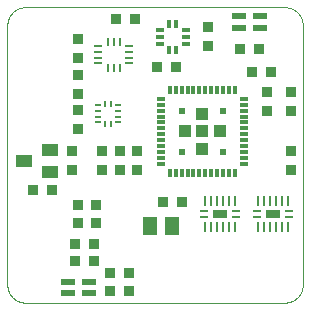
<source format=gtp>
G75*
%MOIN*%
%OFA0B0*%
%FSLAX25Y25*%
%IPPOS*%
%LPD*%
%AMOC8*
5,1,8,0,0,1.08239X$1,22.5*
%
%ADD10C,0.00000*%
%ADD11R,0.03543X0.03543*%
%ADD12R,0.01181X0.03150*%
%ADD13R,0.03150X0.01181*%
%ADD14R,0.03937X0.03937*%
%ADD15R,0.01969X0.01969*%
%ADD16R,0.05512X0.03937*%
%ADD17R,0.04724X0.02362*%
%ADD18R,0.05118X0.05906*%
%ADD19R,0.00984X0.03150*%
%ADD20R,0.03150X0.00984*%
%ADD21R,0.02756X0.01181*%
%ADD22R,0.01181X0.02756*%
%ADD23R,0.01102X0.03543*%
%ADD24R,0.01142X0.03543*%
%ADD25R,0.05118X0.02756*%
%ADD26R,0.00984X0.01969*%
%ADD27R,0.01969X0.00984*%
D10*
X0009483Y0006895D02*
X0096098Y0006895D01*
X0096250Y0006897D01*
X0096402Y0006903D01*
X0096554Y0006913D01*
X0096705Y0006926D01*
X0096856Y0006944D01*
X0097007Y0006965D01*
X0097157Y0006991D01*
X0097306Y0007020D01*
X0097455Y0007053D01*
X0097602Y0007090D01*
X0097749Y0007130D01*
X0097894Y0007175D01*
X0098038Y0007223D01*
X0098181Y0007275D01*
X0098323Y0007330D01*
X0098463Y0007389D01*
X0098602Y0007452D01*
X0098739Y0007518D01*
X0098874Y0007588D01*
X0099007Y0007661D01*
X0099138Y0007738D01*
X0099268Y0007818D01*
X0099395Y0007901D01*
X0099520Y0007987D01*
X0099643Y0008077D01*
X0099763Y0008170D01*
X0099881Y0008266D01*
X0099997Y0008365D01*
X0100110Y0008467D01*
X0100220Y0008571D01*
X0100328Y0008679D01*
X0100432Y0008789D01*
X0100534Y0008902D01*
X0100633Y0009018D01*
X0100729Y0009136D01*
X0100822Y0009256D01*
X0100912Y0009379D01*
X0100998Y0009504D01*
X0101081Y0009631D01*
X0101161Y0009761D01*
X0101238Y0009892D01*
X0101311Y0010025D01*
X0101381Y0010160D01*
X0101447Y0010297D01*
X0101510Y0010436D01*
X0101569Y0010576D01*
X0101624Y0010718D01*
X0101676Y0010861D01*
X0101724Y0011005D01*
X0101769Y0011150D01*
X0101809Y0011297D01*
X0101846Y0011444D01*
X0101879Y0011593D01*
X0101908Y0011742D01*
X0101934Y0011892D01*
X0101955Y0012043D01*
X0101973Y0012194D01*
X0101986Y0012345D01*
X0101996Y0012497D01*
X0102002Y0012649D01*
X0102004Y0012801D01*
X0102003Y0012801D02*
X0102003Y0099415D01*
X0102004Y0099415D02*
X0102002Y0099567D01*
X0101996Y0099719D01*
X0101986Y0099871D01*
X0101973Y0100022D01*
X0101955Y0100173D01*
X0101934Y0100324D01*
X0101908Y0100474D01*
X0101879Y0100623D01*
X0101846Y0100772D01*
X0101809Y0100919D01*
X0101769Y0101066D01*
X0101724Y0101211D01*
X0101676Y0101355D01*
X0101624Y0101498D01*
X0101569Y0101640D01*
X0101510Y0101780D01*
X0101447Y0101919D01*
X0101381Y0102056D01*
X0101311Y0102191D01*
X0101238Y0102324D01*
X0101161Y0102455D01*
X0101081Y0102585D01*
X0100998Y0102712D01*
X0100912Y0102837D01*
X0100822Y0102960D01*
X0100729Y0103080D01*
X0100633Y0103198D01*
X0100534Y0103314D01*
X0100432Y0103427D01*
X0100328Y0103537D01*
X0100220Y0103645D01*
X0100110Y0103749D01*
X0099997Y0103851D01*
X0099881Y0103950D01*
X0099763Y0104046D01*
X0099643Y0104139D01*
X0099520Y0104229D01*
X0099395Y0104315D01*
X0099268Y0104398D01*
X0099138Y0104478D01*
X0099007Y0104555D01*
X0098874Y0104628D01*
X0098739Y0104698D01*
X0098602Y0104764D01*
X0098463Y0104827D01*
X0098323Y0104886D01*
X0098181Y0104941D01*
X0098038Y0104993D01*
X0097894Y0105041D01*
X0097749Y0105086D01*
X0097602Y0105126D01*
X0097455Y0105163D01*
X0097306Y0105196D01*
X0097157Y0105225D01*
X0097007Y0105251D01*
X0096856Y0105272D01*
X0096705Y0105290D01*
X0096554Y0105303D01*
X0096402Y0105313D01*
X0096250Y0105319D01*
X0096098Y0105321D01*
X0096098Y0105320D02*
X0009483Y0105320D01*
X0009483Y0105321D02*
X0009331Y0105319D01*
X0009179Y0105313D01*
X0009027Y0105303D01*
X0008876Y0105290D01*
X0008725Y0105272D01*
X0008574Y0105251D01*
X0008424Y0105225D01*
X0008275Y0105196D01*
X0008126Y0105163D01*
X0007979Y0105126D01*
X0007832Y0105086D01*
X0007687Y0105041D01*
X0007543Y0104993D01*
X0007400Y0104941D01*
X0007258Y0104886D01*
X0007118Y0104827D01*
X0006979Y0104764D01*
X0006842Y0104698D01*
X0006707Y0104628D01*
X0006574Y0104555D01*
X0006443Y0104478D01*
X0006313Y0104398D01*
X0006186Y0104315D01*
X0006061Y0104229D01*
X0005938Y0104139D01*
X0005818Y0104046D01*
X0005700Y0103950D01*
X0005584Y0103851D01*
X0005471Y0103749D01*
X0005361Y0103645D01*
X0005253Y0103537D01*
X0005149Y0103427D01*
X0005047Y0103314D01*
X0004948Y0103198D01*
X0004852Y0103080D01*
X0004759Y0102960D01*
X0004669Y0102837D01*
X0004583Y0102712D01*
X0004500Y0102585D01*
X0004420Y0102455D01*
X0004343Y0102324D01*
X0004270Y0102191D01*
X0004200Y0102056D01*
X0004134Y0101919D01*
X0004071Y0101780D01*
X0004012Y0101640D01*
X0003957Y0101498D01*
X0003905Y0101355D01*
X0003857Y0101211D01*
X0003812Y0101066D01*
X0003772Y0100919D01*
X0003735Y0100772D01*
X0003702Y0100623D01*
X0003673Y0100474D01*
X0003647Y0100324D01*
X0003626Y0100173D01*
X0003608Y0100022D01*
X0003595Y0099871D01*
X0003585Y0099719D01*
X0003579Y0099567D01*
X0003577Y0099415D01*
X0003578Y0099415D02*
X0003578Y0012801D01*
X0003577Y0012801D02*
X0003579Y0012649D01*
X0003585Y0012497D01*
X0003595Y0012345D01*
X0003608Y0012194D01*
X0003626Y0012043D01*
X0003647Y0011892D01*
X0003673Y0011742D01*
X0003702Y0011593D01*
X0003735Y0011444D01*
X0003772Y0011297D01*
X0003812Y0011150D01*
X0003857Y0011005D01*
X0003905Y0010861D01*
X0003957Y0010718D01*
X0004012Y0010576D01*
X0004071Y0010436D01*
X0004134Y0010297D01*
X0004200Y0010160D01*
X0004270Y0010025D01*
X0004343Y0009892D01*
X0004420Y0009761D01*
X0004500Y0009631D01*
X0004583Y0009504D01*
X0004669Y0009379D01*
X0004759Y0009256D01*
X0004852Y0009136D01*
X0004948Y0009018D01*
X0005047Y0008902D01*
X0005149Y0008789D01*
X0005253Y0008679D01*
X0005361Y0008571D01*
X0005471Y0008467D01*
X0005584Y0008365D01*
X0005700Y0008266D01*
X0005818Y0008170D01*
X0005938Y0008077D01*
X0006061Y0007987D01*
X0006186Y0007901D01*
X0006313Y0007818D01*
X0006443Y0007738D01*
X0006574Y0007661D01*
X0006707Y0007588D01*
X0006842Y0007518D01*
X0006979Y0007452D01*
X0007118Y0007389D01*
X0007258Y0007330D01*
X0007400Y0007275D01*
X0007543Y0007223D01*
X0007687Y0007175D01*
X0007832Y0007130D01*
X0007979Y0007090D01*
X0008126Y0007053D01*
X0008275Y0007020D01*
X0008424Y0006991D01*
X0008574Y0006965D01*
X0008725Y0006944D01*
X0008876Y0006926D01*
X0009027Y0006913D01*
X0009179Y0006903D01*
X0009331Y0006897D01*
X0009483Y0006895D01*
D11*
X0026019Y0020675D03*
X0026019Y0026580D03*
X0032318Y0026580D03*
X0032318Y0020675D03*
X0037830Y0016738D03*
X0037830Y0010832D03*
X0044129Y0010832D03*
X0044129Y0016738D03*
X0033105Y0033273D03*
X0027200Y0033273D03*
X0027200Y0039572D03*
X0033105Y0039572D03*
X0035074Y0050989D03*
X0040979Y0050989D03*
X0046885Y0050989D03*
X0046885Y0057289D03*
X0040979Y0057289D03*
X0035074Y0057289D03*
X0027200Y0064769D03*
X0027200Y0071068D03*
X0027200Y0076580D03*
X0027200Y0082879D03*
X0027200Y0088391D03*
X0027200Y0094690D03*
X0039798Y0101383D03*
X0046098Y0101383D03*
X0053578Y0085438D03*
X0059877Y0085438D03*
X0070507Y0092328D03*
X0070507Y0098627D03*
X0081137Y0091541D03*
X0087436Y0091541D03*
X0085074Y0083667D03*
X0091373Y0083667D03*
X0090192Y0076974D03*
X0090192Y0070675D03*
X0098066Y0070675D03*
X0098066Y0076974D03*
X0098066Y0057289D03*
X0098066Y0050989D03*
X0061846Y0040360D03*
X0055546Y0040360D03*
X0025231Y0050989D03*
X0025231Y0057289D03*
X0018538Y0044297D03*
X0012239Y0044297D03*
D12*
X0057712Y0050202D03*
X0059680Y0050202D03*
X0061649Y0050202D03*
X0063617Y0050202D03*
X0065586Y0050202D03*
X0067554Y0050202D03*
X0069523Y0050202D03*
X0071491Y0050202D03*
X0073460Y0050202D03*
X0075428Y0050202D03*
X0077397Y0050202D03*
X0079365Y0050202D03*
X0079365Y0077761D03*
X0077397Y0077761D03*
X0075428Y0077761D03*
X0073460Y0077761D03*
X0071491Y0077761D03*
X0069523Y0077761D03*
X0067554Y0077761D03*
X0065586Y0077761D03*
X0063617Y0077761D03*
X0061649Y0077761D03*
X0059680Y0077761D03*
X0057712Y0077761D03*
D13*
X0054759Y0074808D03*
X0054759Y0072840D03*
X0054759Y0070871D03*
X0054759Y0068903D03*
X0054759Y0066934D03*
X0054759Y0064966D03*
X0054759Y0062997D03*
X0054759Y0061029D03*
X0054759Y0059060D03*
X0054759Y0057092D03*
X0054759Y0055123D03*
X0054759Y0053155D03*
X0082318Y0053155D03*
X0082318Y0055123D03*
X0082318Y0057092D03*
X0082318Y0059060D03*
X0082318Y0061029D03*
X0082318Y0062997D03*
X0082318Y0064966D03*
X0082318Y0066934D03*
X0082318Y0068903D03*
X0082318Y0070871D03*
X0082318Y0072840D03*
X0082318Y0074808D03*
D14*
X0074444Y0063982D03*
X0068538Y0063982D03*
X0062633Y0063982D03*
X0068538Y0058076D03*
X0068538Y0069887D03*
D15*
X0075428Y0070871D03*
X0061649Y0070871D03*
X0061649Y0057092D03*
X0075428Y0057092D03*
D16*
X0017751Y0057879D03*
X0009090Y0054139D03*
X0017751Y0050399D03*
D17*
X0023657Y0013686D03*
X0023657Y0009946D03*
X0030743Y0009946D03*
X0030743Y0013686D03*
X0080743Y0098529D03*
X0080743Y0102269D03*
X0087830Y0102269D03*
X0087830Y0098529D03*
D18*
X0058499Y0032486D03*
X0051019Y0032486D03*
D19*
X0040979Y0085241D03*
X0039011Y0085241D03*
X0037042Y0085241D03*
X0037042Y0093903D03*
X0039011Y0093903D03*
X0040979Y0093903D03*
D20*
X0044129Y0092525D03*
X0044129Y0090556D03*
X0044129Y0088588D03*
X0044129Y0086619D03*
X0033893Y0086619D03*
X0033893Y0088588D03*
X0033893Y0090556D03*
X0033893Y0092525D03*
X0069129Y0037407D03*
X0069129Y0035438D03*
X0079759Y0035438D03*
X0079759Y0037407D03*
X0086846Y0037407D03*
X0086846Y0035438D03*
X0097475Y0035438D03*
X0097475Y0037407D03*
D21*
X0063027Y0093115D03*
X0063027Y0095478D03*
X0063027Y0097840D03*
X0054365Y0097840D03*
X0054365Y0095478D03*
X0054365Y0093115D03*
D22*
X0057515Y0091147D03*
X0059877Y0091147D03*
X0059877Y0099808D03*
X0057515Y0099808D03*
D23*
X0069523Y0040753D03*
X0071491Y0040753D03*
X0073460Y0040753D03*
X0075428Y0040753D03*
X0079365Y0040753D03*
X0087239Y0040753D03*
X0089208Y0040753D03*
X0091176Y0040753D03*
X0093145Y0040753D03*
X0097082Y0040753D03*
X0097082Y0032092D03*
X0095113Y0032092D03*
X0093145Y0032092D03*
X0091176Y0032092D03*
X0089208Y0032092D03*
X0087239Y0032092D03*
X0079365Y0032092D03*
X0077397Y0032092D03*
X0075428Y0032092D03*
X0073460Y0032092D03*
X0071491Y0032092D03*
X0069523Y0032092D03*
D24*
X0077397Y0040753D03*
X0095113Y0040753D03*
D25*
X0092161Y0036423D03*
X0074444Y0036423D03*
D26*
X0038027Y0066541D03*
X0036058Y0066541D03*
X0036058Y0073234D03*
X0038027Y0073234D03*
D27*
X0040389Y0072840D03*
X0040389Y0070871D03*
X0040389Y0068903D03*
X0040389Y0066934D03*
X0033696Y0066934D03*
X0033696Y0068903D03*
X0033696Y0070871D03*
X0033696Y0072840D03*
M02*

</source>
